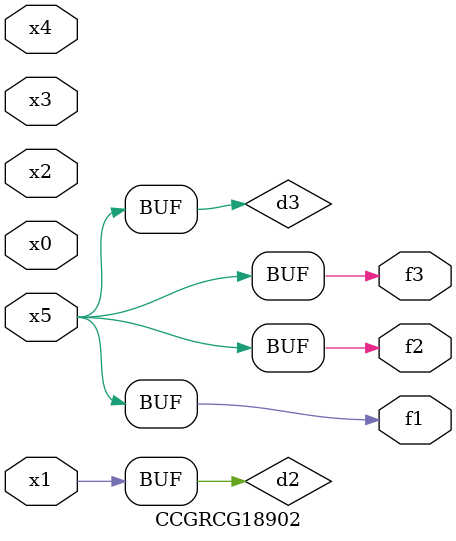
<source format=v>
module CCGRCG18902(
	input x0, x1, x2, x3, x4, x5,
	output f1, f2, f3
);

	wire d1, d2, d3;

	not (d1, x5);
	or (d2, x1);
	xnor (d3, d1);
	assign f1 = d3;
	assign f2 = d3;
	assign f3 = d3;
endmodule

</source>
